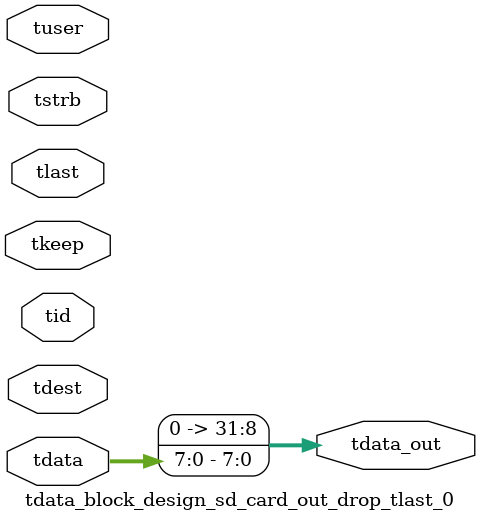
<source format=v>


`timescale 1ps/1ps

module tdata_block_design_sd_card_out_drop_tlast_0 #
(
parameter C_S_AXIS_TDATA_WIDTH = 32,
parameter C_S_AXIS_TUSER_WIDTH = 0,
parameter C_S_AXIS_TID_WIDTH   = 0,
parameter C_S_AXIS_TDEST_WIDTH = 0,
parameter C_M_AXIS_TDATA_WIDTH = 32
)
(
input  [(C_S_AXIS_TDATA_WIDTH == 0 ? 1 : C_S_AXIS_TDATA_WIDTH)-1:0     ] tdata,
input  [(C_S_AXIS_TUSER_WIDTH == 0 ? 1 : C_S_AXIS_TUSER_WIDTH)-1:0     ] tuser,
input  [(C_S_AXIS_TID_WIDTH   == 0 ? 1 : C_S_AXIS_TID_WIDTH)-1:0       ] tid,
input  [(C_S_AXIS_TDEST_WIDTH == 0 ? 1 : C_S_AXIS_TDEST_WIDTH)-1:0     ] tdest,
input  [(C_S_AXIS_TDATA_WIDTH/8)-1:0 ] tkeep,
input  [(C_S_AXIS_TDATA_WIDTH/8)-1:0 ] tstrb,
input                                                                    tlast,
output [C_M_AXIS_TDATA_WIDTH-1:0] tdata_out
);

assign tdata_out = {tdata[7:0]};

endmodule


</source>
